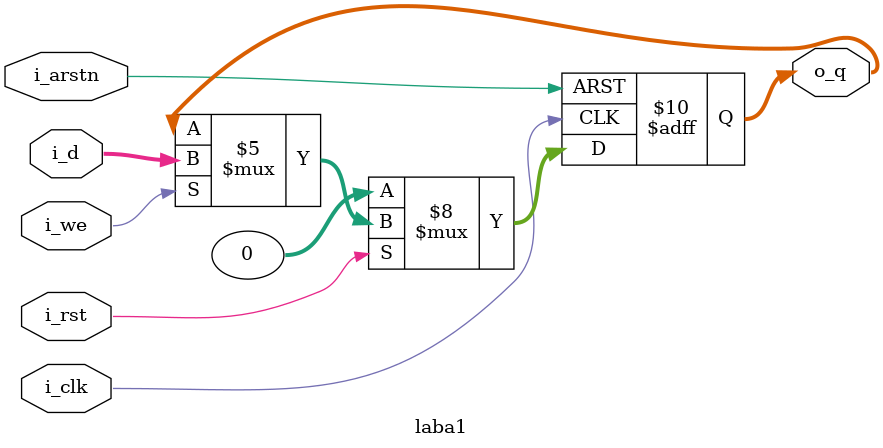
<source format=v>
module laba1 (i_clk, i_arstn, i_rst, i_we, i_d, o_q);

parameter WIDTH = 32;
// ports declaration
input i_clk;	//clock input
input i_arstn;	// async reset (active low)
input i_rst;
input i_we;		// write enable
input [WIDTH-1:0] i_d;	// input data
output reg [WIDTH-1:0] o_q; // output (@rising)

always @(posedge i_clk or negedge i_arstn) begin
	if (!i_arstn) begin
		o_q <= {WIDTH{1'b0}};
	end else if(!i_rst) begin 
		o_q <= {WIDTH{1'b0}};
	end else if (i_we) begin
			o_q <= i_d;
	end else begin
			o_q <= o_q;
	end
end
	
endmodule
</source>
